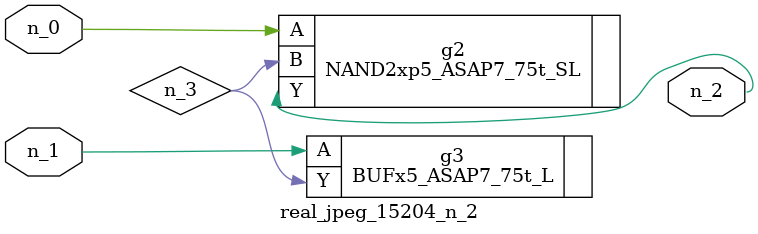
<source format=v>
module real_jpeg_15204_n_2 (n_1, n_0, n_2);

input n_1;
input n_0;

output n_2;

wire n_3;

NAND2xp5_ASAP7_75t_SL g2 ( 
.A(n_0),
.B(n_3),
.Y(n_2)
);

BUFx5_ASAP7_75t_L g3 ( 
.A(n_1),
.Y(n_3)
);


endmodule
</source>
